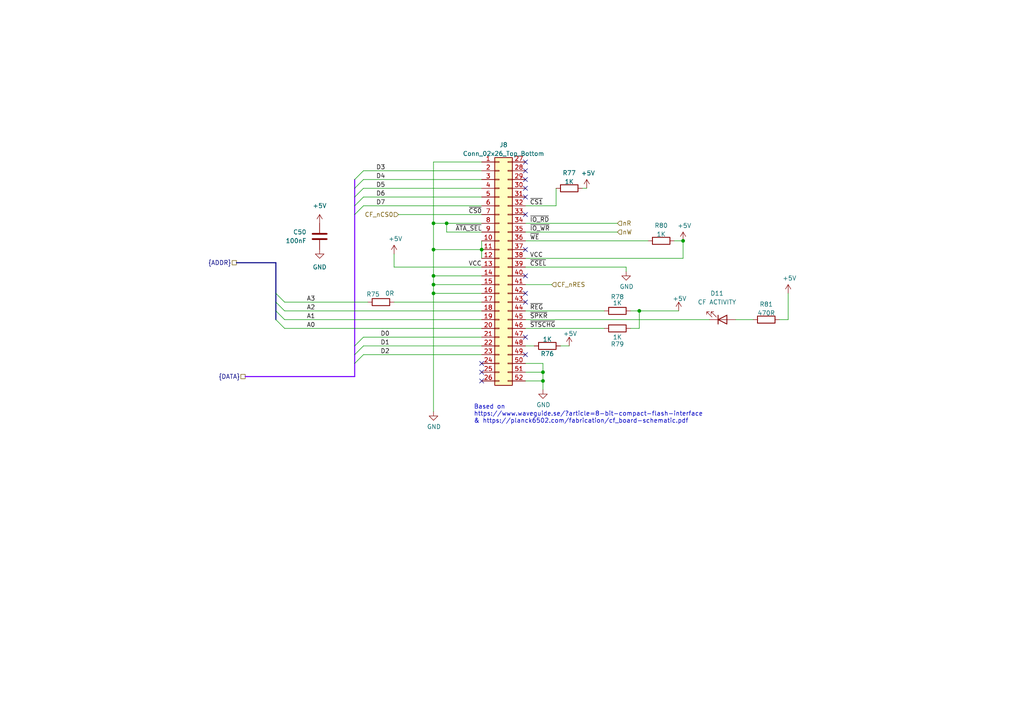
<source format=kicad_sch>
(kicad_sch (version 20250114) (generator "eeschema") (generator_version "9.0")
  (paper "A4")
  (lib_symbols
    (symbol "Connector_Generic:Conn_02x26_Top_Bottom" (pin_names (offset 1.016) (hide yes))
      (property "Reference" "J" (at 1.27 33.02 0))
      (property "Value" "Conn_02x26_Top_Bottom" (at 1.27 -35.56 0))
      (symbol "Conn_02x26_Top_Bottom_1_1"
        (rectangle (start -1.27 31.75) (end 3.81 -34.29) (stroke (width 0.254)) (fill (type background)))
        (rectangle (start -1.27 30.607) (end 0 30.353) (stroke (width 0.1524)))
        (rectangle (start -1.27 28.067) (end 0 27.813) (stroke (width 0.1524)))
        (rectangle (start -1.27 25.527) (end 0 25.273) (stroke (width 0.1524)))
        (rectangle (start -1.27 22.987) (end 0 22.733) (stroke (width 0.1524)))
        (rectangle (start -1.27 20.447) (end 0 20.193) (stroke (width 0.1524)))
        (rectangle (start -1.27 17.907) (end 0 17.653) (stroke (width 0.1524)))
        (rectangle (start -1.27 15.367) (end 0 15.113) (stroke (width 0.1524)))
        (rectangle (start -1.27 12.827) (end 0 12.573) (stroke (width 0.1524)))
        (rectangle (start -1.27 10.287) (end 0 10.033) (stroke (width 0.1524)))
        (rectangle (start -1.27 7.747) (end 0 7.493) (stroke (width 0.1524)))
        (rectangle (start -1.27 5.207) (end 0 4.953) (stroke (width 0.1524)))
        (rectangle (start -1.27 2.667) (end 0 2.413) (stroke (width 0.1524)))
        (rectangle (start -1.27 0.127) (end 0 -0.127) (stroke (width 0.1524)))
        (rectangle (start -1.27 -2.413) (end 0 -2.667) (stroke (width 0.1524)))
        (rectangle (start -1.27 -4.953) (end 0 -5.207) (stroke (width 0.1524)))
        (rectangle (start -1.27 -7.493) (end 0 -7.747) (stroke (width 0.1524)))
        (rectangle (start -1.27 -10.033) (end 0 -10.287) (stroke (width 0.1524)))
        (rectangle (start -1.27 -12.573) (end 0 -12.827) (stroke (width 0.1524)))
        (rectangle (start -1.27 -15.113) (end 0 -15.367) (stroke (width 0.1524)))
        (rectangle (start -1.27 -17.653) (end 0 -17.907) (stroke (width 0.1524)))
        (rectangle (start -1.27 -20.193) (end 0 -20.447) (stroke (width 0.1524)))
        (rectangle (start -1.27 -22.733) (end 0 -22.987) (stroke (width 0.1524)))
        (rectangle (start -1.27 -25.273) (end 0 -25.527) (stroke (width 0.1524)))
        (rectangle (start -1.27 -27.813) (end 0 -28.067) (stroke (width 0.1524)))
        (rectangle (start -1.27 -30.353) (end 0 -30.607) (stroke (width 0.1524)))
        (rectangle (start -1.27 -32.893) (end 0 -33.147) (stroke (width 0.1524)))
        (rectangle (start 3.81 30.607) (end 2.54 30.353) (stroke (width 0.1524)))
        (rectangle (start 3.81 28.067) (end 2.54 27.813) (stroke (width 0.1524)))
        (rectangle (start 3.81 25.527) (end 2.54 25.273) (stroke (width 0.1524)))
        (rectangle (start 3.81 22.987) (end 2.54 22.733) (stroke (width 0.1524)))
        (rectangle (start 3.81 20.447) (end 2.54 20.193) (stroke (width 0.1524)))
        (rectangle (start 3.81 17.907) (end 2.54 17.653) (stroke (width 0.1524)))
        (rectangle (start 3.81 15.367) (end 2.54 15.113) (stroke (width 0.1524)))
        (rectangle (start 3.81 12.827) (end 2.54 12.573) (stroke (width 0.1524)))
        (rectangle (start 3.81 10.287) (end 2.54 10.033) (stroke (width 0.1524)))
        (rectangle (start 3.81 7.747) (end 2.54 7.493) (stroke (width 0.1524)))
        (rectangle (start 3.81 5.207) (end 2.54 4.953) (stroke (width 0.1524)))
        (rectangle (start 3.81 2.667) (end 2.54 2.413) (stroke (width 0.1524)))
        (rectangle (start 3.81 0.127) (end 2.54 -0.127) (stroke (width 0.1524)))
        (rectangle (start 3.81 -2.413) (end 2.54 -2.667) (stroke (width 0.1524)))
        (rectangle (start 3.81 -4.953) (end 2.54 -5.207) (stroke (width 0.1524)))
        (rectangle (start 3.81 -7.493) (end 2.54 -7.747) (stroke (width 0.1524)))
        (rectangle (start 3.81 -10.033) (end 2.54 -10.287) (stroke (width 0.1524)))
        (rectangle (start 3.81 -12.573) (end 2.54 -12.827) (stroke (width 0.1524)))
        (rectangle (start 3.81 -15.113) (end 2.54 -15.367) (stroke (width 0.1524)))
        (rectangle (start 3.81 -17.653) (end 2.54 -17.907) (stroke (width 0.1524)))
        (rectangle (start 3.81 -20.193) (end 2.54 -20.447) (stroke (width 0.1524)))
        (rectangle (start 3.81 -22.733) (end 2.54 -22.987) (stroke (width 0.1524)))
        (rectangle (start 3.81 -25.273) (end 2.54 -25.527) (stroke (width 0.1524)))
        (rectangle (start 3.81 -27.813) (end 2.54 -28.067) (stroke (width 0.1524)))
        (rectangle (start 3.81 -30.353) (end 2.54 -30.607) (stroke (width 0.1524)))
        (rectangle (start 3.81 -32.893) (end 2.54 -33.147) (stroke (width 0.1524)))
        (pin passive line (at -5.08 30.48 0) (length 3.81) (name "Pin_1") (number "1"))
        (pin passive line (at -5.08 27.94 0) (length 3.81) (name "Pin_2") (number "2"))
        (pin passive line (at -5.08 25.4 0) (length 3.81) (name "Pin_3") (number "3"))
        (pin passive line (at -5.08 22.86 0) (length 3.81) (name "Pin_4") (number "4"))
        (pin passive line (at -5.08 20.32 0) (length 3.81) (name "Pin_5") (number "5"))
        (pin passive line (at -5.08 17.78 0) (length 3.81) (name "Pin_6") (number "6"))
        (pin passive line (at -5.08 15.24 0) (length 3.81) (name "Pin_7") (number "7"))
        (pin passive line (at -5.08 12.7 0) (length 3.81) (name "Pin_8") (number "8"))
        (pin passive line (at -5.08 10.16 0) (length 3.81) (name "Pin_9") (number "9"))
        (pin passive line (at -5.08 7.62 0) (length 3.81) (name "Pin_10") (number "10"))
        (pin passive line (at -5.08 5.08 0) (length 3.81) (name "Pin_11") (number "11"))
        (pin passive line (at -5.08 2.54 0) (length 3.81) (name "Pin_12") (number "12"))
        (pin passive line (at -5.08 0 0) (length 3.81) (name "Pin_13") (number "13"))
        (pin passive line (at -5.08 -2.54 0) (length 3.81) (name "Pin_14") (number "14"))
        (pin passive line (at -5.08 -5.08 0) (length 3.81) (name "Pin_15") (number "15"))
        (pin passive line (at -5.08 -7.62 0) (length 3.81) (name "Pin_16") (number "16"))
        (pin passive line (at -5.08 -10.16 0) (length 3.81) (name "Pin_17") (number "17"))
        (pin passive line (at -5.08 -12.7 0) (length 3.81) (name "Pin_18") (number "18"))
        (pin passive line (at -5.08 -15.24 0) (length 3.81) (name "Pin_19") (number "19"))
        (pin passive line (at -5.08 -17.78 0) (length 3.81) (name "Pin_20") (number "20"))
        (pin passive line (at -5.08 -20.32 0) (length 3.81) (name "Pin_21") (number "21"))
        (pin passive line (at -5.08 -22.86 0) (length 3.81) (name "Pin_22") (number "22"))
        (pin passive line (at -5.08 -25.4 0) (length 3.81) (name "Pin_23") (number "23"))
        (pin passive line (at -5.08 -27.94 0) (length 3.81) (name "Pin_24") (number "24"))
        (pin passive line (at -5.08 -30.48 0) (length 3.81) (name "Pin_25") (number "25"))
        (pin passive line (at -5.08 -33.02 0) (length 3.81) (name "Pin_26") (number "26"))
        (pin passive line (at 7.62 30.48 180) (length 3.81) (name "Pin_27") (number "27"))
        (pin passive line (at 7.62 27.94 180) (length 3.81) (name "Pin_28") (number "28"))
        (pin passive line (at 7.62 25.4 180) (length 3.81) (name "Pin_29") (number "29"))
        (pin passive line (at 7.62 22.86 180) (length 3.81) (name "Pin_30") (number "30"))
        (pin passive line (at 7.62 20.32 180) (length 3.81) (name "Pin_31") (number "31"))
        (pin passive line (at 7.62 17.78 180) (length 3.81) (name "Pin_32") (number "32"))
        (pin passive line (at 7.62 15.24 180) (length 3.81) (name "Pin_33") (number "33"))
        (pin passive line (at 7.62 12.7 180) (length 3.81) (name "Pin_34") (number "34"))
        (pin passive line (at 7.62 10.16 180) (length 3.81) (name "Pin_35") (number "35"))
        (pin passive line (at 7.62 7.62 180) (length 3.81) (name "Pin_36") (number "36"))
        (pin passive line (at 7.62 5.08 180) (length 3.81) (name "Pin_37") (number "37"))
        (pin passive line (at 7.62 2.54 180) (length 3.81) (name "Pin_38") (number "38"))
        (pin passive line (at 7.62 0 180) (length 3.81) (name "Pin_39") (number "39"))
        (pin passive line (at 7.62 -2.54 180) (length 3.81) (name "Pin_40") (number "40"))
        (pin passive line (at 7.62 -5.08 180) (length 3.81) (name "Pin_41") (number "41"))
        (pin passive line (at 7.62 -7.62 180) (length 3.81) (name "Pin_42") (number "42"))
        (pin passive line (at 7.62 -10.16 180) (length 3.81) (name "Pin_43") (number "43"))
        (pin passive line (at 7.62 -12.7 180) (length 3.81) (name "Pin_44") (number "44"))
        (pin passive line (at 7.62 -15.24 180) (length 3.81) (name "Pin_45") (number "45"))
        (pin passive line (at 7.62 -17.78 180) (length 3.81) (name "Pin_46") (number "46"))
        (pin passive line (at 7.62 -20.32 180) (length 3.81) (name "Pin_47") (number "47"))
        (pin passive line (at 7.62 -22.86 180) (length 3.81) (name "Pin_48") (number "48"))
        (pin passive line (at 7.62 -25.4 180) (length 3.81) (name "Pin_49") (number "49"))
        (pin passive line (at 7.62 -27.94 180) (length 3.81) (name "Pin_50") (number "50"))
        (pin passive line (at 7.62 -30.48 180) (length 3.81) (name "Pin_51") (number "51"))
        (pin passive line (at 7.62 -33.02 180) (length 3.81) (name "Pin_52") (number "52"))
      )
    )
    (symbol "Device:C" (pin_numbers (hide yes)) (pin_names (offset 0.254))
      (property "Reference" "C" (at 0.635 2.54 0))
      (property "Value" "C" (at 0.635 -2.54 0))
      (symbol "C_0_1"
        (polyline (pts (xy -2.032 0.762) (xy 2.032 0.762)) (stroke (width 0.508)))
        (polyline (pts (xy -2.032 -0.762) (xy 2.032 -0.762)) (stroke (width 0.508)))
      )
      (symbol "C_1_1"
        (pin passive line (at 0 3.81 270) (length 2.794) (name "~") (number "1"))
        (pin passive line (at 0 -3.81 90) (length 2.794) (name "~") (number "2"))
      )
    )
    (symbol "Device:LED" (pin_numbers (hide yes)) (pin_names (offset 1.016) (hide yes))
      (property "Reference" "D" (at 0 2.54 0))
      (property "Value" "LED" (at 0 -2.54 0))
      (symbol "LED_0_1"
        (polyline (pts (xy -3.048 -0.762) (xy -4.572 -2.286) (xy -3.81 -2.286) (xy -4.572 -2.286) (xy -4.572 -1.524)))
        (polyline (pts (xy -1.778 -0.762) (xy -3.302 -2.286) (xy -2.54 -2.286) (xy -3.302 -2.286) (xy -3.302 -1.524)))
        (polyline (pts (xy -1.27 0) (xy 1.27 0)))
        (polyline (pts (xy -1.27 -1.27) (xy -1.27 1.27)) (stroke (width 0.254)))
        (polyline (pts (xy 1.27 -1.27) (xy 1.27 1.27) (xy -1.27 0) (xy 1.27 -1.27)) (stroke (width 0.254)))
      )
      (symbol "LED_1_1"
        (pin passive line (at -3.81 0 0) (length 2.54) (name "K") (number "1"))
        (pin passive line (at 3.81 0 180) (length 2.54) (name "A") (number "2"))
      )
    )
    (symbol "Device:R" (pin_numbers (hide yes)) (pin_names (offset 0))
      (property "Reference" "R" (at 2.032 0 90))
      (property "Value" "R" (at 0 0 90))
      (symbol "R_0_1"
        (rectangle (start -1.016 -2.54) (end 1.016 2.54) (stroke (width 0.254)))
      )
      (symbol "R_1_1"
        (pin passive line (at 0 3.81 270) (length 1.27) (name "~") (number "1"))
        (pin passive line (at 0 -3.81 90) (length 1.27) (name "~") (number "2"))
      )
    )
    (symbol "power:+5V" (power) (pin_names (offset 0))
      (property "Value" "+5V" (at 0 3.556 0))
      (symbol "+5V_0_1"
        (polyline (pts (xy -0.762 1.27) (xy 0 2.54)))
        (polyline (pts (xy 0 2.54) (xy 0.762 1.27)))
        (polyline (pts (xy 0 0) (xy 0 2.54)))
      )
      (symbol "+5V_1_1"
        (pin power_in line (at 0 0 90) (length 0) (hide yes) (name "+5V") (number "1"))
      )
    )
    (symbol "power:GND" (power) (pin_names (offset 0))
      (property "Value" "GND" (at 0 -3.81 0))
      (symbol "GND_0_1"
        (polyline (pts (xy 0 0) (xy 0 -1.27) (xy 1.27 -1.27) (xy 0 -2.54) (xy -1.27 -1.27) (xy 0 -1.27)))
      )
      (symbol "GND_1_1"
        (pin power_in line (at 0 0 270) (length 0) (hide yes) (name "GND") (number "1"))
      )
    )
  )
  (text "Based on\nhttps://www.waveguide.se/?article=8-bit-compact-flash-interface\n& https://planck6502.com/fabrication/cf_board-schematic.pdf" (at 137.414 120.142 0) (effects (font (size 1.27 1.27)) (justify left)))
  (junction (at 125.73 80.01))
  (junction (at 125.73 64.77))
  (junction (at 125.73 82.55))
  (junction (at 139.7 72.39))
  (junction (at 198.12 69.85))
  (junction (at 185.42 90.17))
  (junction (at 157.48 107.95))
  (junction (at 125.73 85.09))
  (junction (at 129.54 64.77))
  (junction (at 125.73 72.39))
  (junction (at 157.48 110.49))
  (no_connect (at 152.4 57.15))
  (no_connect (at 152.4 52.07))
  (no_connect (at 152.4 80.01))
  (no_connect (at 152.4 72.39))
  (no_connect (at 152.4 85.09))
  (no_connect (at 152.4 46.99))
  (no_connect (at 152.4 54.61))
  (no_connect (at 139.7 110.49))
  (no_connect (at 152.4 102.87))
  (no_connect (at 152.4 49.53))
  (no_connect (at 152.4 97.79))
  (no_connect (at 152.4 87.63))
  (no_connect (at 139.7 107.95))
  (no_connect (at 139.7 105.41))
  (no_connect (at 152.4 62.23))
  (bus_entry (at 105.41 102.87) (size -2.54 2.54))
  (bus_entry (at 82.55 87.63) (size -2.54 -2.54))
  (bus_entry (at 105.41 52.07) (size -2.54 2.54))
  (bus_entry (at 82.55 90.17) (size -2.54 -2.54))
  (bus_entry (at 105.41 57.15) (size -2.54 2.54))
  (bus_entry (at 82.55 95.25) (size -2.54 -2.54))
  (bus_entry (at 82.55 92.71) (size -2.54 -2.54))
  (bus_entry (at 105.41 97.79) (size -2.54 2.54))
  (bus_entry (at 105.41 100.33) (size -2.54 2.54))
  (bus_entry (at 105.41 54.61) (size -2.54 2.54))
  (bus_entry (at 105.41 49.53) (size -2.54 2.54))
  (bus_entry (at 105.41 59.69) (size -2.54 2.54))
  (bus (pts (xy 80.01 87.63) (xy 80.01 90.17)))
  (wire (pts (xy 228.6 92.71) (xy 226.06 92.71)))
  (wire (pts (xy 105.41 102.87) (xy 139.7 102.87)))
  (wire (pts (xy 157.48 110.49) (xy 152.4 110.49)))
  (bus (pts (xy 68.58 76.2) (xy 80.01 76.2)))
  (bus (pts (xy 102.87 102.87) (xy 102.87 100.33)) (stroke (width 0) (color 118 0 255 1)))
  (wire (pts (xy 125.73 82.55) (xy 139.7 82.55)))
  (wire (pts (xy 105.41 100.33) (xy 139.7 100.33)))
  (wire (pts (xy 152.4 100.33) (xy 154.94 100.33)))
  (wire (pts (xy 105.41 57.15) (xy 139.7 57.15)))
  (bus (pts (xy 102.87 54.61) (xy 102.87 52.07)) (stroke (width 0) (color 118 0 255 1)))
  (wire (pts (xy 181.61 77.47) (xy 181.61 78.74)))
  (wire (pts (xy 152.4 90.17) (xy 175.26 90.17)))
  (wire (pts (xy 152.4 82.55) (xy 160.02 82.55)))
  (wire (pts (xy 152.4 92.71) (xy 205.74 92.71)))
  (wire (pts (xy 105.41 54.61) (xy 139.7 54.61)))
  (wire (pts (xy 152.4 64.77) (xy 179.07 64.77)))
  (wire (pts (xy 152.4 69.85) (xy 187.96 69.85)))
  (wire (pts (xy 129.54 67.31) (xy 139.7 67.31)))
  (bus (pts (xy 102.87 105.41) (xy 102.87 102.87)) (stroke (width 0) (color 118 0 255 1)))
  (wire (pts (xy 125.73 64.77) (xy 125.73 72.39)))
  (wire (pts (xy 114.3 87.63) (xy 139.7 87.63)))
  (wire (pts (xy 115.57 62.23) (xy 139.7 62.23)))
  (bus (pts (xy 102.87 57.15) (xy 102.87 54.61)) (stroke (width 0) (color 118 0 255 1)))
  (wire (pts (xy 114.3 77.47) (xy 139.7 77.47)))
  (wire (pts (xy 105.41 59.69) (xy 139.7 59.69)))
  (wire (pts (xy 129.54 64.77) (xy 129.54 67.31)))
  (wire (pts (xy 157.48 105.41) (xy 152.4 105.41)))
  (wire (pts (xy 198.12 74.93) (xy 198.12 69.85)))
  (wire (pts (xy 152.4 67.31) (xy 179.07 67.31)))
  (bus (pts (xy 80.01 85.09) (xy 80.01 76.2)))
  (wire (pts (xy 152.4 59.69) (xy 161.29 59.69)))
  (wire (pts (xy 114.3 73.66) (xy 114.3 77.47)))
  (wire (pts (xy 125.73 72.39) (xy 125.73 80.01)))
  (wire (pts (xy 157.48 105.41) (xy 157.48 107.95)))
  (wire (pts (xy 125.73 46.99) (xy 139.7 46.99)))
  (wire (pts (xy 125.73 85.09) (xy 125.73 82.55)))
  (wire (pts (xy 82.55 95.25) (xy 139.7 95.25)))
  (wire (pts (xy 139.7 69.85) (xy 139.7 72.39)))
  (wire (pts (xy 185.42 90.17) (xy 182.88 90.17)))
  (wire (pts (xy 125.73 80.01) (xy 139.7 80.01)))
  (bus (pts (xy 102.87 62.23) (xy 102.87 100.33)) (stroke (width 0) (color 118 0 255 1)))
  (wire (pts (xy 185.42 90.17) (xy 185.42 95.25)))
  (wire (pts (xy 125.73 82.55) (xy 125.73 80.01)))
  (wire (pts (xy 168.91 54.61) (xy 170.18 54.61)))
  (wire (pts (xy 162.56 100.33) (xy 165.1 100.33)))
  (wire (pts (xy 152.4 77.47) (xy 181.61 77.47)))
  (bus (pts (xy 80.01 90.17) (xy 80.01 92.71)))
  (wire (pts (xy 125.73 46.99) (xy 125.73 64.77)))
  (wire (pts (xy 157.48 107.95) (xy 152.4 107.95)))
  (wire (pts (xy 125.73 72.39) (xy 139.7 72.39)))
  (bus (pts (xy 102.87 105.41) (xy 102.87 109.22)) (stroke (width 0) (color 118 0 255 1)))
  (wire (pts (xy 82.55 90.17) (xy 139.7 90.17)))
  (wire (pts (xy 228.6 85.09) (xy 228.6 92.71)))
  (wire (pts (xy 152.4 74.93) (xy 198.12 74.93)))
  (bus (pts (xy 102.87 62.23) (xy 102.87 59.69)) (stroke (width 0) (color 118 0 255 1)))
  (wire (pts (xy 82.55 92.71) (xy 139.7 92.71)))
  (wire (pts (xy 196.85 90.17) (xy 185.42 90.17)))
  (wire (pts (xy 185.42 95.25) (xy 182.88 95.25)))
  (wire (pts (xy 195.58 69.85) (xy 198.12 69.85)))
  (bus (pts (xy 80.01 85.09) (xy 80.01 87.63)))
  (wire (pts (xy 139.7 72.39) (xy 139.7 74.93)))
  (wire (pts (xy 82.55 87.63) (xy 106.68 87.63)))
  (wire (pts (xy 213.36 92.71) (xy 218.44 92.71)))
  (wire (pts (xy 125.73 64.77) (xy 129.54 64.77)))
  (wire (pts (xy 105.41 49.53) (xy 139.7 49.53)))
  (wire (pts (xy 157.48 110.49) (xy 157.48 113.03)))
  (wire (pts (xy 157.48 107.95) (xy 157.48 110.49)))
  (wire (pts (xy 161.29 59.69) (xy 161.29 54.61)))
  (bus (pts (xy 102.87 59.69) (xy 102.87 57.15)) (stroke (width 0) (color 118 0 255 1)))
  (wire (pts (xy 125.73 85.09) (xy 139.7 85.09)))
  (wire (pts (xy 152.4 95.25) (xy 175.26 95.25)))
  (wire (pts (xy 105.41 52.07) (xy 139.7 52.07)))
  (wire (pts (xy 129.54 64.77) (xy 139.7 64.77)))
  (bus (pts (xy 71.12 109.22) (xy 102.87 109.22)) (stroke (width 0) (color 118 0 255 1)))
  (wire (pts (xy 105.41 97.79) (xy 139.7 97.79)))
  (wire (pts (xy 125.73 119.38) (xy 125.73 85.09)))
  (label "~{IO_WR}" (at 153.67 67.31 0))
  (label "D6" (at 111.76 57.15 180))
  (label "~{REG}" (at 153.67 90.17 0))
  (label "D0" (at 113.03 97.79 180))
  (label "~{CS1}" (at 153.67 59.69 0))
  (label "~{SPKR}" (at 153.67 92.71 0))
  (label "D1" (at 113.03 100.33 180))
  (label "~{CSEL}" (at 153.67 77.47 0))
  (label "D4" (at 111.76 52.07 180))
  (label "~{STSCHG}" (at 153.67 95.25 0))
  (label "~{ATA_SEL}" (at 132.08 67.31 0))
  (label "A0" (at 91.44 95.25 180))
  (label "D3" (at 111.76 49.53 180))
  (label "D2" (at 113.03 102.87 180))
  (label "A1" (at 91.44 92.71 180))
  (label "VCC" (at 153.67 74.93 0))
  (label "VCC" (at 135.89 77.47 0))
  (label "~{WE}" (at 153.67 69.85 0))
  (label "~{IO_RD}" (at 153.67 64.77 0))
  (label "D5" (at 111.76 54.61 180))
  (label "~{CS0}" (at 135.89 62.23 0))
  (label "A2" (at 91.44 90.17 180))
  (label "D7" (at 111.76 59.69 180))
  (label "A3" (at 91.44 87.63 180))
  (hierarchical_label "{DATA}" (shape passive) (at 71.12 109.22 180))
  (hierarchical_label "CF_nCS0" (shape input) (at 115.57 62.23 180))
  (hierarchical_label "{ADDR}" (shape passive) (at 68.58 76.2 180))
  (hierarchical_label "nW" (shape input) (at 179.07 67.31 0))
  (hierarchical_label "nR" (shape input) (at 179.07 64.77 0))
  (hierarchical_label "CF_nRES" (shape input) (at 160.02 82.55 0))
  (symbol (lib_id "power:GND") (at 92.71 72.39 0) (mirror y) (unit 1)
    (property "Reference" "#PWR0223" (effects (hide yes)))
    (property "Value" "GND" (at 92.71 77.47 0))
  )
  (symbol (lib_id "Device:R") (at 158.75 100.33 90) (unit 1)
    (property "Reference" "R76" (at 158.75 102.616 90))
    (property "Value" "1K" (at 158.75 98.425 90))
    (property "Footprint" "Resistor_SMD:R_0402_1005Metric" (effects (hide yes)))
  )
  (symbol (lib_id "Device:R") (at 179.07 95.25 90) (unit 1)
    (property "Reference" "R79" (at 179.07 99.822 90))
    (property "Value" "1K" (at 179.07 97.79 90))
    (property "Footprint" "Resistor_SMD:R_0402_1005Metric" (effects (hide yes)))
  )
  (symbol (lib_id "power:GND") (at 181.61 78.74 0) (unit 1)
    (property "Reference" "#PWR0166" (effects (hide yes)))
    (property "Value" "GND" (at 181.737 83.1342 0))
  )
  (symbol (lib_id "Device:C") (at 92.71 68.58 0) (mirror y) (unit 1)
    (property "Reference" "C50" (at 88.9 67.3099 0) (effects (justify left)))
    (property "Value" "100nF" (at 88.9 69.8499 0) (effects (justify left)))
    (property "Footprint" "Capacitor_SMD:C_0603_1608Metric" (effects (hide yes)))
    (property "Description" "Unpolarized capacitor" (effects (hide yes)))
    (property "LCSC" "C49678" (effects (hide yes)))
  )
  (symbol (lib_id "Connector_Generic:Conn_02x26_Top_Bottom") (at 144.78 77.47 0) (unit 1)
    (property "Reference" "J8" (at 146.05 42.0202 0))
    (property "Value" "Conn_02x26_Top_Bottom" (at 146.05 44.5571 0))
    (property "Footprint" "PaulasConnectors:SD-SMD_CFH-L3C1LBL01MN0" (effects (hide yes)))
    (property "Link" "https://www.lcsc.com/product-detail/SD-Card-Connectors_UMAX-CFH-L3C1LBL01MN0_C444350.html" (effects (hide yes)))
    (property "LCSC" "C444350" (effects (hide yes)))
  )
  (symbol (lib_id "power:+5V") (at 170.18 54.61 0) (unit 1)
    (property "Reference" "#PWR0165" (effects (hide yes)))
    (property "Value" "+5V" (at 170.561 50.2158 0))
  )
  (symbol (lib_id "power:GND") (at 157.48 113.03 0) (unit 1)
    (property "Reference" "#PWR0163" (effects (hide yes)))
    (property "Value" "GND" (at 157.607 117.4242 0))
  )
  (symbol (lib_id "power:+5V") (at 114.3 73.66 0) (unit 1)
    (property "Reference" "#PWR0161" (effects (hide yes)))
    (property "Value" "+5V" (at 114.681 69.2658 0))
  )
  (symbol (lib_id "Device:R") (at 110.49 87.63 270) (unit 1)
    (property "Reference" "R75" (at 108.204 85.344 90))
    (property "Value" "0R" (at 113.03 85.09 90))
    (property "Footprint" "Resistor_SMD:R_0402_1005Metric" (effects (hide yes)))
  )
  (symbol (lib_id "power:GND") (at 125.73 119.38 0) (unit 1)
    (property "Reference" "#PWR0162" (effects (hide yes)))
    (property "Value" "GND" (at 125.857 123.7742 0))
  )
  (symbol (lib_id "Device:R") (at 222.25 92.71 90) (unit 1)
    (property "Reference" "R81" (at 222.25 88.265 90))
    (property "Value" "470R" (at 222.25 90.805 90))
    (property "Footprint" "Resistor_SMD:R_0402_1005Metric" (effects (hide yes)))
  )
  (symbol (lib_id "power:+5V") (at 198.12 69.85 0) (unit 1)
    (property "Reference" "#PWR0168" (effects (hide yes)))
    (property "Value" "+5V" (at 198.501 65.4558 0))
  )
  (symbol (lib_id "power:+5V") (at 165.1 100.33 0) (unit 1)
    (property "Reference" "#PWR0164" (effects (hide yes)))
    (property "Value" "+5V" (at 165.354 96.774 0))
  )
  (symbol (lib_id "power:+5V") (at 92.71 64.77 0) (mirror y) (unit 1)
    (property "Reference" "#PWR0222" (effects (hide yes)))
    (property "Value" "+5V" (at 92.71 59.69 0))
  )
  (symbol (lib_id "Device:R") (at 179.07 90.17 90) (unit 1)
    (property "Reference" "R78" (at 179.07 86.106 90))
    (property "Value" "1K" (at 179.07 87.884 90))
    (property "Footprint" "Resistor_SMD:R_0402_1005Metric" (effects (hide yes)))
  )
  (symbol (lib_id "Device:LED") (at 209.55 92.71 0) (mirror x) (unit 1)
    (property "Reference" "D11" (at 207.9625 85.09 0))
    (property "Value" "CF ACTIVITY" (at 207.9625 87.63 0))
    (property "Footprint" "LED_SMD:LED_0805_2012Metric" (effects (hide yes)))
    (property "LCSC" "DNF" (effects (hide yes)))
  )
  (symbol (lib_id "power:+5V") (at 228.6 85.09 0) (unit 1)
    (property "Reference" "#PWR0169" (effects (hide yes)))
    (property "Value" "+5V" (at 228.981 80.6958 0))
  )
  (symbol (lib_id "Device:R") (at 165.1 54.61 90) (unit 1)
    (property "Reference" "R77" (at 165.1 50.165 90))
    (property "Value" "1K" (at 165.1 52.705 90))
    (property "Footprint" "Resistor_SMD:R_0402_1005Metric" (effects (hide yes)))
  )
  (symbol (lib_id "Device:R") (at 191.77 69.85 90) (unit 1)
    (property "Reference" "R80" (at 191.77 65.405 90))
    (property "Value" "1K" (at 191.77 67.945 90))
    (property "Footprint" "Resistor_SMD:R_0402_1005Metric" (effects (hide yes)))
  )
  (symbol (lib_id "power:+5V") (at 196.85 90.17 0) (unit 1)
    (property "Reference" "#PWR0167" (effects (hide yes)))
    (property "Value" "+5V" (at 197.104 86.614 0))
  )
)
</source>
